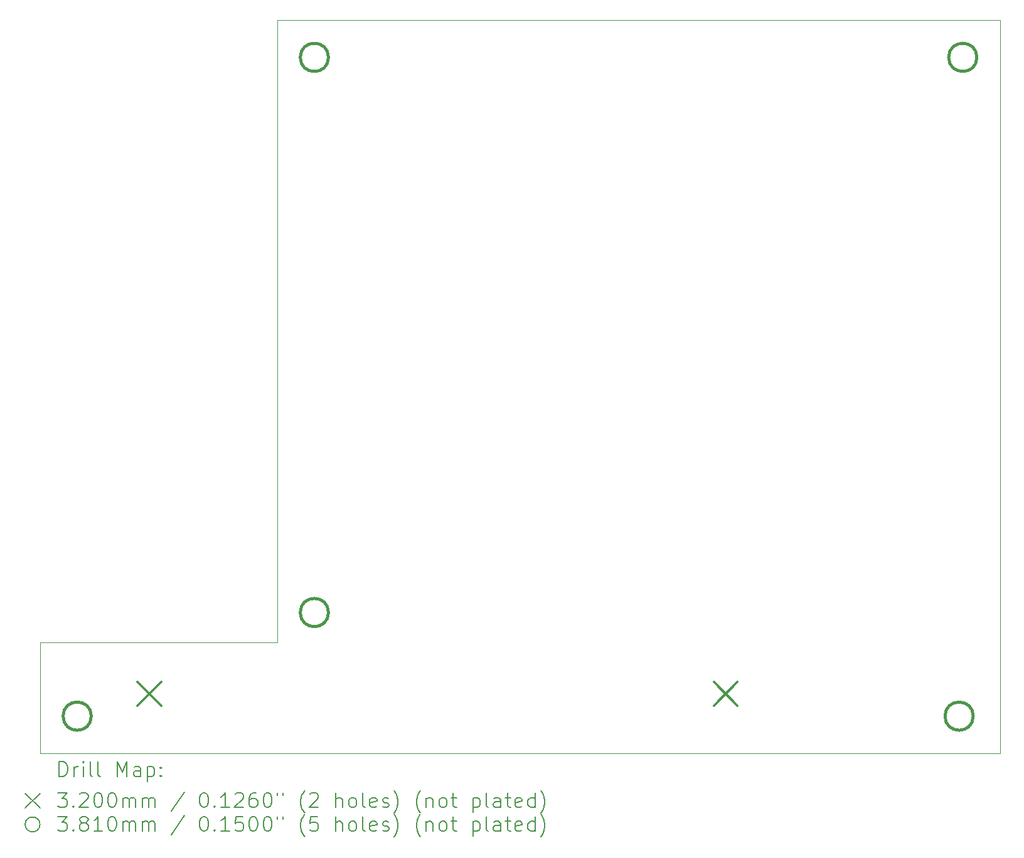
<source format=gbr>
%TF.GenerationSoftware,KiCad,Pcbnew,8.0.4*%
%TF.CreationDate,2025-03-28T19:04:53-04:00*%
%TF.ProjectId,X17-Power-Slab-Master,5831372d-506f-4776-9572-2d536c61622d,rev?*%
%TF.SameCoordinates,Original*%
%TF.FileFunction,Drillmap*%
%TF.FilePolarity,Positive*%
%FSLAX45Y45*%
G04 Gerber Fmt 4.5, Leading zero omitted, Abs format (unit mm)*
G04 Created by KiCad (PCBNEW 8.0.4) date 2025-03-28 19:04:53*
%MOMM*%
%LPD*%
G01*
G04 APERTURE LIST*
%ADD10C,0.050000*%
%ADD11C,0.200000*%
%ADD12C,0.320000*%
%ADD13C,0.381000*%
G04 APERTURE END LIST*
D10*
X16900000Y-14250000D02*
X16900000Y-4350000D01*
X7150000Y-12750000D02*
X7150000Y-4350000D01*
X7150000Y-4350000D02*
X16900000Y-4350000D01*
X3950000Y-12750000D02*
X3950000Y-14250000D01*
X3950000Y-14250000D02*
X16900000Y-14250000D01*
X3950000Y-12750000D02*
X7150000Y-12750000D01*
D11*
D12*
X5264000Y-13290000D02*
X5584000Y-13610000D01*
X5584000Y-13290000D02*
X5264000Y-13610000D01*
X13040000Y-13290000D02*
X13360000Y-13610000D01*
X13360000Y-13290000D02*
X13040000Y-13610000D01*
D13*
X4640500Y-13750000D02*
G75*
G02*
X4259500Y-13750000I-190500J0D01*
G01*
X4259500Y-13750000D02*
G75*
G02*
X4640500Y-13750000I190500J0D01*
G01*
X7840500Y-4850000D02*
G75*
G02*
X7459500Y-4850000I-190500J0D01*
G01*
X7459500Y-4850000D02*
G75*
G02*
X7840500Y-4850000I190500J0D01*
G01*
X7840500Y-12350000D02*
G75*
G02*
X7459500Y-12350000I-190500J0D01*
G01*
X7459500Y-12350000D02*
G75*
G02*
X7840500Y-12350000I190500J0D01*
G01*
X16540500Y-13750000D02*
G75*
G02*
X16159500Y-13750000I-190500J0D01*
G01*
X16159500Y-13750000D02*
G75*
G02*
X16540500Y-13750000I190500J0D01*
G01*
X16590500Y-4850000D02*
G75*
G02*
X16209500Y-4850000I-190500J0D01*
G01*
X16209500Y-4850000D02*
G75*
G02*
X16590500Y-4850000I190500J0D01*
G01*
D11*
X4208277Y-14563984D02*
X4208277Y-14363984D01*
X4208277Y-14363984D02*
X4255896Y-14363984D01*
X4255896Y-14363984D02*
X4284467Y-14373508D01*
X4284467Y-14373508D02*
X4303515Y-14392555D01*
X4303515Y-14392555D02*
X4313039Y-14411603D01*
X4313039Y-14411603D02*
X4322563Y-14449698D01*
X4322563Y-14449698D02*
X4322563Y-14478269D01*
X4322563Y-14478269D02*
X4313039Y-14516365D01*
X4313039Y-14516365D02*
X4303515Y-14535412D01*
X4303515Y-14535412D02*
X4284467Y-14554460D01*
X4284467Y-14554460D02*
X4255896Y-14563984D01*
X4255896Y-14563984D02*
X4208277Y-14563984D01*
X4408277Y-14563984D02*
X4408277Y-14430650D01*
X4408277Y-14468746D02*
X4417801Y-14449698D01*
X4417801Y-14449698D02*
X4427324Y-14440174D01*
X4427324Y-14440174D02*
X4446372Y-14430650D01*
X4446372Y-14430650D02*
X4465420Y-14430650D01*
X4532086Y-14563984D02*
X4532086Y-14430650D01*
X4532086Y-14363984D02*
X4522563Y-14373508D01*
X4522563Y-14373508D02*
X4532086Y-14383031D01*
X4532086Y-14383031D02*
X4541610Y-14373508D01*
X4541610Y-14373508D02*
X4532086Y-14363984D01*
X4532086Y-14363984D02*
X4532086Y-14383031D01*
X4655896Y-14563984D02*
X4636848Y-14554460D01*
X4636848Y-14554460D02*
X4627324Y-14535412D01*
X4627324Y-14535412D02*
X4627324Y-14363984D01*
X4760658Y-14563984D02*
X4741610Y-14554460D01*
X4741610Y-14554460D02*
X4732086Y-14535412D01*
X4732086Y-14535412D02*
X4732086Y-14363984D01*
X4989229Y-14563984D02*
X4989229Y-14363984D01*
X4989229Y-14363984D02*
X5055896Y-14506841D01*
X5055896Y-14506841D02*
X5122563Y-14363984D01*
X5122563Y-14363984D02*
X5122563Y-14563984D01*
X5303515Y-14563984D02*
X5303515Y-14459222D01*
X5303515Y-14459222D02*
X5293991Y-14440174D01*
X5293991Y-14440174D02*
X5274944Y-14430650D01*
X5274944Y-14430650D02*
X5236848Y-14430650D01*
X5236848Y-14430650D02*
X5217801Y-14440174D01*
X5303515Y-14554460D02*
X5284467Y-14563984D01*
X5284467Y-14563984D02*
X5236848Y-14563984D01*
X5236848Y-14563984D02*
X5217801Y-14554460D01*
X5217801Y-14554460D02*
X5208277Y-14535412D01*
X5208277Y-14535412D02*
X5208277Y-14516365D01*
X5208277Y-14516365D02*
X5217801Y-14497317D01*
X5217801Y-14497317D02*
X5236848Y-14487793D01*
X5236848Y-14487793D02*
X5284467Y-14487793D01*
X5284467Y-14487793D02*
X5303515Y-14478269D01*
X5398753Y-14430650D02*
X5398753Y-14630650D01*
X5398753Y-14440174D02*
X5417801Y-14430650D01*
X5417801Y-14430650D02*
X5455896Y-14430650D01*
X5455896Y-14430650D02*
X5474944Y-14440174D01*
X5474944Y-14440174D02*
X5484467Y-14449698D01*
X5484467Y-14449698D02*
X5493991Y-14468746D01*
X5493991Y-14468746D02*
X5493991Y-14525888D01*
X5493991Y-14525888D02*
X5484467Y-14544936D01*
X5484467Y-14544936D02*
X5474944Y-14554460D01*
X5474944Y-14554460D02*
X5455896Y-14563984D01*
X5455896Y-14563984D02*
X5417801Y-14563984D01*
X5417801Y-14563984D02*
X5398753Y-14554460D01*
X5579705Y-14544936D02*
X5589229Y-14554460D01*
X5589229Y-14554460D02*
X5579705Y-14563984D01*
X5579705Y-14563984D02*
X5570182Y-14554460D01*
X5570182Y-14554460D02*
X5579705Y-14544936D01*
X5579705Y-14544936D02*
X5579705Y-14563984D01*
X5579705Y-14440174D02*
X5589229Y-14449698D01*
X5589229Y-14449698D02*
X5579705Y-14459222D01*
X5579705Y-14459222D02*
X5570182Y-14449698D01*
X5570182Y-14449698D02*
X5579705Y-14440174D01*
X5579705Y-14440174D02*
X5579705Y-14459222D01*
X3747500Y-14792500D02*
X3947500Y-14992500D01*
X3947500Y-14792500D02*
X3747500Y-14992500D01*
X4189229Y-14783984D02*
X4313039Y-14783984D01*
X4313039Y-14783984D02*
X4246372Y-14860174D01*
X4246372Y-14860174D02*
X4274944Y-14860174D01*
X4274944Y-14860174D02*
X4293991Y-14869698D01*
X4293991Y-14869698D02*
X4303515Y-14879222D01*
X4303515Y-14879222D02*
X4313039Y-14898269D01*
X4313039Y-14898269D02*
X4313039Y-14945888D01*
X4313039Y-14945888D02*
X4303515Y-14964936D01*
X4303515Y-14964936D02*
X4293991Y-14974460D01*
X4293991Y-14974460D02*
X4274944Y-14983984D01*
X4274944Y-14983984D02*
X4217801Y-14983984D01*
X4217801Y-14983984D02*
X4198753Y-14974460D01*
X4198753Y-14974460D02*
X4189229Y-14964936D01*
X4398753Y-14964936D02*
X4408277Y-14974460D01*
X4408277Y-14974460D02*
X4398753Y-14983984D01*
X4398753Y-14983984D02*
X4389229Y-14974460D01*
X4389229Y-14974460D02*
X4398753Y-14964936D01*
X4398753Y-14964936D02*
X4398753Y-14983984D01*
X4484467Y-14803031D02*
X4493991Y-14793508D01*
X4493991Y-14793508D02*
X4513039Y-14783984D01*
X4513039Y-14783984D02*
X4560658Y-14783984D01*
X4560658Y-14783984D02*
X4579705Y-14793508D01*
X4579705Y-14793508D02*
X4589229Y-14803031D01*
X4589229Y-14803031D02*
X4598753Y-14822079D01*
X4598753Y-14822079D02*
X4598753Y-14841127D01*
X4598753Y-14841127D02*
X4589229Y-14869698D01*
X4589229Y-14869698D02*
X4474944Y-14983984D01*
X4474944Y-14983984D02*
X4598753Y-14983984D01*
X4722563Y-14783984D02*
X4741610Y-14783984D01*
X4741610Y-14783984D02*
X4760658Y-14793508D01*
X4760658Y-14793508D02*
X4770182Y-14803031D01*
X4770182Y-14803031D02*
X4779705Y-14822079D01*
X4779705Y-14822079D02*
X4789229Y-14860174D01*
X4789229Y-14860174D02*
X4789229Y-14907793D01*
X4789229Y-14907793D02*
X4779705Y-14945888D01*
X4779705Y-14945888D02*
X4770182Y-14964936D01*
X4770182Y-14964936D02*
X4760658Y-14974460D01*
X4760658Y-14974460D02*
X4741610Y-14983984D01*
X4741610Y-14983984D02*
X4722563Y-14983984D01*
X4722563Y-14983984D02*
X4703515Y-14974460D01*
X4703515Y-14974460D02*
X4693991Y-14964936D01*
X4693991Y-14964936D02*
X4684467Y-14945888D01*
X4684467Y-14945888D02*
X4674944Y-14907793D01*
X4674944Y-14907793D02*
X4674944Y-14860174D01*
X4674944Y-14860174D02*
X4684467Y-14822079D01*
X4684467Y-14822079D02*
X4693991Y-14803031D01*
X4693991Y-14803031D02*
X4703515Y-14793508D01*
X4703515Y-14793508D02*
X4722563Y-14783984D01*
X4913039Y-14783984D02*
X4932086Y-14783984D01*
X4932086Y-14783984D02*
X4951134Y-14793508D01*
X4951134Y-14793508D02*
X4960658Y-14803031D01*
X4960658Y-14803031D02*
X4970182Y-14822079D01*
X4970182Y-14822079D02*
X4979705Y-14860174D01*
X4979705Y-14860174D02*
X4979705Y-14907793D01*
X4979705Y-14907793D02*
X4970182Y-14945888D01*
X4970182Y-14945888D02*
X4960658Y-14964936D01*
X4960658Y-14964936D02*
X4951134Y-14974460D01*
X4951134Y-14974460D02*
X4932086Y-14983984D01*
X4932086Y-14983984D02*
X4913039Y-14983984D01*
X4913039Y-14983984D02*
X4893991Y-14974460D01*
X4893991Y-14974460D02*
X4884467Y-14964936D01*
X4884467Y-14964936D02*
X4874944Y-14945888D01*
X4874944Y-14945888D02*
X4865420Y-14907793D01*
X4865420Y-14907793D02*
X4865420Y-14860174D01*
X4865420Y-14860174D02*
X4874944Y-14822079D01*
X4874944Y-14822079D02*
X4884467Y-14803031D01*
X4884467Y-14803031D02*
X4893991Y-14793508D01*
X4893991Y-14793508D02*
X4913039Y-14783984D01*
X5065420Y-14983984D02*
X5065420Y-14850650D01*
X5065420Y-14869698D02*
X5074944Y-14860174D01*
X5074944Y-14860174D02*
X5093991Y-14850650D01*
X5093991Y-14850650D02*
X5122563Y-14850650D01*
X5122563Y-14850650D02*
X5141610Y-14860174D01*
X5141610Y-14860174D02*
X5151134Y-14879222D01*
X5151134Y-14879222D02*
X5151134Y-14983984D01*
X5151134Y-14879222D02*
X5160658Y-14860174D01*
X5160658Y-14860174D02*
X5179705Y-14850650D01*
X5179705Y-14850650D02*
X5208277Y-14850650D01*
X5208277Y-14850650D02*
X5227325Y-14860174D01*
X5227325Y-14860174D02*
X5236848Y-14879222D01*
X5236848Y-14879222D02*
X5236848Y-14983984D01*
X5332086Y-14983984D02*
X5332086Y-14850650D01*
X5332086Y-14869698D02*
X5341610Y-14860174D01*
X5341610Y-14860174D02*
X5360658Y-14850650D01*
X5360658Y-14850650D02*
X5389229Y-14850650D01*
X5389229Y-14850650D02*
X5408277Y-14860174D01*
X5408277Y-14860174D02*
X5417801Y-14879222D01*
X5417801Y-14879222D02*
X5417801Y-14983984D01*
X5417801Y-14879222D02*
X5427325Y-14860174D01*
X5427325Y-14860174D02*
X5446372Y-14850650D01*
X5446372Y-14850650D02*
X5474944Y-14850650D01*
X5474944Y-14850650D02*
X5493991Y-14860174D01*
X5493991Y-14860174D02*
X5503515Y-14879222D01*
X5503515Y-14879222D02*
X5503515Y-14983984D01*
X5893991Y-14774460D02*
X5722563Y-15031603D01*
X6151134Y-14783984D02*
X6170182Y-14783984D01*
X6170182Y-14783984D02*
X6189229Y-14793508D01*
X6189229Y-14793508D02*
X6198753Y-14803031D01*
X6198753Y-14803031D02*
X6208277Y-14822079D01*
X6208277Y-14822079D02*
X6217801Y-14860174D01*
X6217801Y-14860174D02*
X6217801Y-14907793D01*
X6217801Y-14907793D02*
X6208277Y-14945888D01*
X6208277Y-14945888D02*
X6198753Y-14964936D01*
X6198753Y-14964936D02*
X6189229Y-14974460D01*
X6189229Y-14974460D02*
X6170182Y-14983984D01*
X6170182Y-14983984D02*
X6151134Y-14983984D01*
X6151134Y-14983984D02*
X6132086Y-14974460D01*
X6132086Y-14974460D02*
X6122563Y-14964936D01*
X6122563Y-14964936D02*
X6113039Y-14945888D01*
X6113039Y-14945888D02*
X6103515Y-14907793D01*
X6103515Y-14907793D02*
X6103515Y-14860174D01*
X6103515Y-14860174D02*
X6113039Y-14822079D01*
X6113039Y-14822079D02*
X6122563Y-14803031D01*
X6122563Y-14803031D02*
X6132086Y-14793508D01*
X6132086Y-14793508D02*
X6151134Y-14783984D01*
X6303515Y-14964936D02*
X6313039Y-14974460D01*
X6313039Y-14974460D02*
X6303515Y-14983984D01*
X6303515Y-14983984D02*
X6293991Y-14974460D01*
X6293991Y-14974460D02*
X6303515Y-14964936D01*
X6303515Y-14964936D02*
X6303515Y-14983984D01*
X6503515Y-14983984D02*
X6389229Y-14983984D01*
X6446372Y-14983984D02*
X6446372Y-14783984D01*
X6446372Y-14783984D02*
X6427325Y-14812555D01*
X6427325Y-14812555D02*
X6408277Y-14831603D01*
X6408277Y-14831603D02*
X6389229Y-14841127D01*
X6579706Y-14803031D02*
X6589229Y-14793508D01*
X6589229Y-14793508D02*
X6608277Y-14783984D01*
X6608277Y-14783984D02*
X6655896Y-14783984D01*
X6655896Y-14783984D02*
X6674944Y-14793508D01*
X6674944Y-14793508D02*
X6684467Y-14803031D01*
X6684467Y-14803031D02*
X6693991Y-14822079D01*
X6693991Y-14822079D02*
X6693991Y-14841127D01*
X6693991Y-14841127D02*
X6684467Y-14869698D01*
X6684467Y-14869698D02*
X6570182Y-14983984D01*
X6570182Y-14983984D02*
X6693991Y-14983984D01*
X6865420Y-14783984D02*
X6827325Y-14783984D01*
X6827325Y-14783984D02*
X6808277Y-14793508D01*
X6808277Y-14793508D02*
X6798753Y-14803031D01*
X6798753Y-14803031D02*
X6779706Y-14831603D01*
X6779706Y-14831603D02*
X6770182Y-14869698D01*
X6770182Y-14869698D02*
X6770182Y-14945888D01*
X6770182Y-14945888D02*
X6779706Y-14964936D01*
X6779706Y-14964936D02*
X6789229Y-14974460D01*
X6789229Y-14974460D02*
X6808277Y-14983984D01*
X6808277Y-14983984D02*
X6846372Y-14983984D01*
X6846372Y-14983984D02*
X6865420Y-14974460D01*
X6865420Y-14974460D02*
X6874944Y-14964936D01*
X6874944Y-14964936D02*
X6884467Y-14945888D01*
X6884467Y-14945888D02*
X6884467Y-14898269D01*
X6884467Y-14898269D02*
X6874944Y-14879222D01*
X6874944Y-14879222D02*
X6865420Y-14869698D01*
X6865420Y-14869698D02*
X6846372Y-14860174D01*
X6846372Y-14860174D02*
X6808277Y-14860174D01*
X6808277Y-14860174D02*
X6789229Y-14869698D01*
X6789229Y-14869698D02*
X6779706Y-14879222D01*
X6779706Y-14879222D02*
X6770182Y-14898269D01*
X7008277Y-14783984D02*
X7027325Y-14783984D01*
X7027325Y-14783984D02*
X7046372Y-14793508D01*
X7046372Y-14793508D02*
X7055896Y-14803031D01*
X7055896Y-14803031D02*
X7065420Y-14822079D01*
X7065420Y-14822079D02*
X7074944Y-14860174D01*
X7074944Y-14860174D02*
X7074944Y-14907793D01*
X7074944Y-14907793D02*
X7065420Y-14945888D01*
X7065420Y-14945888D02*
X7055896Y-14964936D01*
X7055896Y-14964936D02*
X7046372Y-14974460D01*
X7046372Y-14974460D02*
X7027325Y-14983984D01*
X7027325Y-14983984D02*
X7008277Y-14983984D01*
X7008277Y-14983984D02*
X6989229Y-14974460D01*
X6989229Y-14974460D02*
X6979706Y-14964936D01*
X6979706Y-14964936D02*
X6970182Y-14945888D01*
X6970182Y-14945888D02*
X6960658Y-14907793D01*
X6960658Y-14907793D02*
X6960658Y-14860174D01*
X6960658Y-14860174D02*
X6970182Y-14822079D01*
X6970182Y-14822079D02*
X6979706Y-14803031D01*
X6979706Y-14803031D02*
X6989229Y-14793508D01*
X6989229Y-14793508D02*
X7008277Y-14783984D01*
X7151134Y-14783984D02*
X7151134Y-14822079D01*
X7227325Y-14783984D02*
X7227325Y-14822079D01*
X7522563Y-15060174D02*
X7513039Y-15050650D01*
X7513039Y-15050650D02*
X7493991Y-15022079D01*
X7493991Y-15022079D02*
X7484468Y-15003031D01*
X7484468Y-15003031D02*
X7474944Y-14974460D01*
X7474944Y-14974460D02*
X7465420Y-14926841D01*
X7465420Y-14926841D02*
X7465420Y-14888746D01*
X7465420Y-14888746D02*
X7474944Y-14841127D01*
X7474944Y-14841127D02*
X7484468Y-14812555D01*
X7484468Y-14812555D02*
X7493991Y-14793508D01*
X7493991Y-14793508D02*
X7513039Y-14764936D01*
X7513039Y-14764936D02*
X7522563Y-14755412D01*
X7589229Y-14803031D02*
X7598753Y-14793508D01*
X7598753Y-14793508D02*
X7617801Y-14783984D01*
X7617801Y-14783984D02*
X7665420Y-14783984D01*
X7665420Y-14783984D02*
X7684468Y-14793508D01*
X7684468Y-14793508D02*
X7693991Y-14803031D01*
X7693991Y-14803031D02*
X7703515Y-14822079D01*
X7703515Y-14822079D02*
X7703515Y-14841127D01*
X7703515Y-14841127D02*
X7693991Y-14869698D01*
X7693991Y-14869698D02*
X7579706Y-14983984D01*
X7579706Y-14983984D02*
X7703515Y-14983984D01*
X7941610Y-14983984D02*
X7941610Y-14783984D01*
X8027325Y-14983984D02*
X8027325Y-14879222D01*
X8027325Y-14879222D02*
X8017801Y-14860174D01*
X8017801Y-14860174D02*
X7998753Y-14850650D01*
X7998753Y-14850650D02*
X7970182Y-14850650D01*
X7970182Y-14850650D02*
X7951134Y-14860174D01*
X7951134Y-14860174D02*
X7941610Y-14869698D01*
X8151134Y-14983984D02*
X8132087Y-14974460D01*
X8132087Y-14974460D02*
X8122563Y-14964936D01*
X8122563Y-14964936D02*
X8113039Y-14945888D01*
X8113039Y-14945888D02*
X8113039Y-14888746D01*
X8113039Y-14888746D02*
X8122563Y-14869698D01*
X8122563Y-14869698D02*
X8132087Y-14860174D01*
X8132087Y-14860174D02*
X8151134Y-14850650D01*
X8151134Y-14850650D02*
X8179706Y-14850650D01*
X8179706Y-14850650D02*
X8198753Y-14860174D01*
X8198753Y-14860174D02*
X8208277Y-14869698D01*
X8208277Y-14869698D02*
X8217801Y-14888746D01*
X8217801Y-14888746D02*
X8217801Y-14945888D01*
X8217801Y-14945888D02*
X8208277Y-14964936D01*
X8208277Y-14964936D02*
X8198753Y-14974460D01*
X8198753Y-14974460D02*
X8179706Y-14983984D01*
X8179706Y-14983984D02*
X8151134Y-14983984D01*
X8332087Y-14983984D02*
X8313039Y-14974460D01*
X8313039Y-14974460D02*
X8303515Y-14955412D01*
X8303515Y-14955412D02*
X8303515Y-14783984D01*
X8484468Y-14974460D02*
X8465420Y-14983984D01*
X8465420Y-14983984D02*
X8427325Y-14983984D01*
X8427325Y-14983984D02*
X8408277Y-14974460D01*
X8408277Y-14974460D02*
X8398753Y-14955412D01*
X8398753Y-14955412D02*
X8398753Y-14879222D01*
X8398753Y-14879222D02*
X8408277Y-14860174D01*
X8408277Y-14860174D02*
X8427325Y-14850650D01*
X8427325Y-14850650D02*
X8465420Y-14850650D01*
X8465420Y-14850650D02*
X8484468Y-14860174D01*
X8484468Y-14860174D02*
X8493992Y-14879222D01*
X8493992Y-14879222D02*
X8493992Y-14898269D01*
X8493992Y-14898269D02*
X8398753Y-14917317D01*
X8570182Y-14974460D02*
X8589230Y-14983984D01*
X8589230Y-14983984D02*
X8627325Y-14983984D01*
X8627325Y-14983984D02*
X8646373Y-14974460D01*
X8646373Y-14974460D02*
X8655896Y-14955412D01*
X8655896Y-14955412D02*
X8655896Y-14945888D01*
X8655896Y-14945888D02*
X8646373Y-14926841D01*
X8646373Y-14926841D02*
X8627325Y-14917317D01*
X8627325Y-14917317D02*
X8598753Y-14917317D01*
X8598753Y-14917317D02*
X8579706Y-14907793D01*
X8579706Y-14907793D02*
X8570182Y-14888746D01*
X8570182Y-14888746D02*
X8570182Y-14879222D01*
X8570182Y-14879222D02*
X8579706Y-14860174D01*
X8579706Y-14860174D02*
X8598753Y-14850650D01*
X8598753Y-14850650D02*
X8627325Y-14850650D01*
X8627325Y-14850650D02*
X8646373Y-14860174D01*
X8722563Y-15060174D02*
X8732087Y-15050650D01*
X8732087Y-15050650D02*
X8751134Y-15022079D01*
X8751134Y-15022079D02*
X8760658Y-15003031D01*
X8760658Y-15003031D02*
X8770182Y-14974460D01*
X8770182Y-14974460D02*
X8779706Y-14926841D01*
X8779706Y-14926841D02*
X8779706Y-14888746D01*
X8779706Y-14888746D02*
X8770182Y-14841127D01*
X8770182Y-14841127D02*
X8760658Y-14812555D01*
X8760658Y-14812555D02*
X8751134Y-14793508D01*
X8751134Y-14793508D02*
X8732087Y-14764936D01*
X8732087Y-14764936D02*
X8722563Y-14755412D01*
X9084468Y-15060174D02*
X9074944Y-15050650D01*
X9074944Y-15050650D02*
X9055896Y-15022079D01*
X9055896Y-15022079D02*
X9046373Y-15003031D01*
X9046373Y-15003031D02*
X9036849Y-14974460D01*
X9036849Y-14974460D02*
X9027325Y-14926841D01*
X9027325Y-14926841D02*
X9027325Y-14888746D01*
X9027325Y-14888746D02*
X9036849Y-14841127D01*
X9036849Y-14841127D02*
X9046373Y-14812555D01*
X9046373Y-14812555D02*
X9055896Y-14793508D01*
X9055896Y-14793508D02*
X9074944Y-14764936D01*
X9074944Y-14764936D02*
X9084468Y-14755412D01*
X9160658Y-14850650D02*
X9160658Y-14983984D01*
X9160658Y-14869698D02*
X9170182Y-14860174D01*
X9170182Y-14860174D02*
X9189230Y-14850650D01*
X9189230Y-14850650D02*
X9217801Y-14850650D01*
X9217801Y-14850650D02*
X9236849Y-14860174D01*
X9236849Y-14860174D02*
X9246373Y-14879222D01*
X9246373Y-14879222D02*
X9246373Y-14983984D01*
X9370182Y-14983984D02*
X9351134Y-14974460D01*
X9351134Y-14974460D02*
X9341611Y-14964936D01*
X9341611Y-14964936D02*
X9332087Y-14945888D01*
X9332087Y-14945888D02*
X9332087Y-14888746D01*
X9332087Y-14888746D02*
X9341611Y-14869698D01*
X9341611Y-14869698D02*
X9351134Y-14860174D01*
X9351134Y-14860174D02*
X9370182Y-14850650D01*
X9370182Y-14850650D02*
X9398754Y-14850650D01*
X9398754Y-14850650D02*
X9417801Y-14860174D01*
X9417801Y-14860174D02*
X9427325Y-14869698D01*
X9427325Y-14869698D02*
X9436849Y-14888746D01*
X9436849Y-14888746D02*
X9436849Y-14945888D01*
X9436849Y-14945888D02*
X9427325Y-14964936D01*
X9427325Y-14964936D02*
X9417801Y-14974460D01*
X9417801Y-14974460D02*
X9398754Y-14983984D01*
X9398754Y-14983984D02*
X9370182Y-14983984D01*
X9493992Y-14850650D02*
X9570182Y-14850650D01*
X9522563Y-14783984D02*
X9522563Y-14955412D01*
X9522563Y-14955412D02*
X9532087Y-14974460D01*
X9532087Y-14974460D02*
X9551134Y-14983984D01*
X9551134Y-14983984D02*
X9570182Y-14983984D01*
X9789230Y-14850650D02*
X9789230Y-15050650D01*
X9789230Y-14860174D02*
X9808277Y-14850650D01*
X9808277Y-14850650D02*
X9846373Y-14850650D01*
X9846373Y-14850650D02*
X9865420Y-14860174D01*
X9865420Y-14860174D02*
X9874944Y-14869698D01*
X9874944Y-14869698D02*
X9884468Y-14888746D01*
X9884468Y-14888746D02*
X9884468Y-14945888D01*
X9884468Y-14945888D02*
X9874944Y-14964936D01*
X9874944Y-14964936D02*
X9865420Y-14974460D01*
X9865420Y-14974460D02*
X9846373Y-14983984D01*
X9846373Y-14983984D02*
X9808277Y-14983984D01*
X9808277Y-14983984D02*
X9789230Y-14974460D01*
X9998754Y-14983984D02*
X9979706Y-14974460D01*
X9979706Y-14974460D02*
X9970182Y-14955412D01*
X9970182Y-14955412D02*
X9970182Y-14783984D01*
X10160658Y-14983984D02*
X10160658Y-14879222D01*
X10160658Y-14879222D02*
X10151135Y-14860174D01*
X10151135Y-14860174D02*
X10132087Y-14850650D01*
X10132087Y-14850650D02*
X10093992Y-14850650D01*
X10093992Y-14850650D02*
X10074944Y-14860174D01*
X10160658Y-14974460D02*
X10141611Y-14983984D01*
X10141611Y-14983984D02*
X10093992Y-14983984D01*
X10093992Y-14983984D02*
X10074944Y-14974460D01*
X10074944Y-14974460D02*
X10065420Y-14955412D01*
X10065420Y-14955412D02*
X10065420Y-14936365D01*
X10065420Y-14936365D02*
X10074944Y-14917317D01*
X10074944Y-14917317D02*
X10093992Y-14907793D01*
X10093992Y-14907793D02*
X10141611Y-14907793D01*
X10141611Y-14907793D02*
X10160658Y-14898269D01*
X10227325Y-14850650D02*
X10303515Y-14850650D01*
X10255896Y-14783984D02*
X10255896Y-14955412D01*
X10255896Y-14955412D02*
X10265420Y-14974460D01*
X10265420Y-14974460D02*
X10284468Y-14983984D01*
X10284468Y-14983984D02*
X10303515Y-14983984D01*
X10446373Y-14974460D02*
X10427325Y-14983984D01*
X10427325Y-14983984D02*
X10389230Y-14983984D01*
X10389230Y-14983984D02*
X10370182Y-14974460D01*
X10370182Y-14974460D02*
X10360658Y-14955412D01*
X10360658Y-14955412D02*
X10360658Y-14879222D01*
X10360658Y-14879222D02*
X10370182Y-14860174D01*
X10370182Y-14860174D02*
X10389230Y-14850650D01*
X10389230Y-14850650D02*
X10427325Y-14850650D01*
X10427325Y-14850650D02*
X10446373Y-14860174D01*
X10446373Y-14860174D02*
X10455896Y-14879222D01*
X10455896Y-14879222D02*
X10455896Y-14898269D01*
X10455896Y-14898269D02*
X10360658Y-14917317D01*
X10627325Y-14983984D02*
X10627325Y-14783984D01*
X10627325Y-14974460D02*
X10608277Y-14983984D01*
X10608277Y-14983984D02*
X10570182Y-14983984D01*
X10570182Y-14983984D02*
X10551135Y-14974460D01*
X10551135Y-14974460D02*
X10541611Y-14964936D01*
X10541611Y-14964936D02*
X10532087Y-14945888D01*
X10532087Y-14945888D02*
X10532087Y-14888746D01*
X10532087Y-14888746D02*
X10541611Y-14869698D01*
X10541611Y-14869698D02*
X10551135Y-14860174D01*
X10551135Y-14860174D02*
X10570182Y-14850650D01*
X10570182Y-14850650D02*
X10608277Y-14850650D01*
X10608277Y-14850650D02*
X10627325Y-14860174D01*
X10703516Y-15060174D02*
X10713039Y-15050650D01*
X10713039Y-15050650D02*
X10732087Y-15022079D01*
X10732087Y-15022079D02*
X10741611Y-15003031D01*
X10741611Y-15003031D02*
X10751135Y-14974460D01*
X10751135Y-14974460D02*
X10760658Y-14926841D01*
X10760658Y-14926841D02*
X10760658Y-14888746D01*
X10760658Y-14888746D02*
X10751135Y-14841127D01*
X10751135Y-14841127D02*
X10741611Y-14812555D01*
X10741611Y-14812555D02*
X10732087Y-14793508D01*
X10732087Y-14793508D02*
X10713039Y-14764936D01*
X10713039Y-14764936D02*
X10703516Y-14755412D01*
X3947500Y-15212500D02*
G75*
G02*
X3747500Y-15212500I-100000J0D01*
G01*
X3747500Y-15212500D02*
G75*
G02*
X3947500Y-15212500I100000J0D01*
G01*
X4189229Y-15103984D02*
X4313039Y-15103984D01*
X4313039Y-15103984D02*
X4246372Y-15180174D01*
X4246372Y-15180174D02*
X4274944Y-15180174D01*
X4274944Y-15180174D02*
X4293991Y-15189698D01*
X4293991Y-15189698D02*
X4303515Y-15199222D01*
X4303515Y-15199222D02*
X4313039Y-15218269D01*
X4313039Y-15218269D02*
X4313039Y-15265888D01*
X4313039Y-15265888D02*
X4303515Y-15284936D01*
X4303515Y-15284936D02*
X4293991Y-15294460D01*
X4293991Y-15294460D02*
X4274944Y-15303984D01*
X4274944Y-15303984D02*
X4217801Y-15303984D01*
X4217801Y-15303984D02*
X4198753Y-15294460D01*
X4198753Y-15294460D02*
X4189229Y-15284936D01*
X4398753Y-15284936D02*
X4408277Y-15294460D01*
X4408277Y-15294460D02*
X4398753Y-15303984D01*
X4398753Y-15303984D02*
X4389229Y-15294460D01*
X4389229Y-15294460D02*
X4398753Y-15284936D01*
X4398753Y-15284936D02*
X4398753Y-15303984D01*
X4522563Y-15189698D02*
X4503515Y-15180174D01*
X4503515Y-15180174D02*
X4493991Y-15170650D01*
X4493991Y-15170650D02*
X4484467Y-15151603D01*
X4484467Y-15151603D02*
X4484467Y-15142079D01*
X4484467Y-15142079D02*
X4493991Y-15123031D01*
X4493991Y-15123031D02*
X4503515Y-15113508D01*
X4503515Y-15113508D02*
X4522563Y-15103984D01*
X4522563Y-15103984D02*
X4560658Y-15103984D01*
X4560658Y-15103984D02*
X4579705Y-15113508D01*
X4579705Y-15113508D02*
X4589229Y-15123031D01*
X4589229Y-15123031D02*
X4598753Y-15142079D01*
X4598753Y-15142079D02*
X4598753Y-15151603D01*
X4598753Y-15151603D02*
X4589229Y-15170650D01*
X4589229Y-15170650D02*
X4579705Y-15180174D01*
X4579705Y-15180174D02*
X4560658Y-15189698D01*
X4560658Y-15189698D02*
X4522563Y-15189698D01*
X4522563Y-15189698D02*
X4503515Y-15199222D01*
X4503515Y-15199222D02*
X4493991Y-15208746D01*
X4493991Y-15208746D02*
X4484467Y-15227793D01*
X4484467Y-15227793D02*
X4484467Y-15265888D01*
X4484467Y-15265888D02*
X4493991Y-15284936D01*
X4493991Y-15284936D02*
X4503515Y-15294460D01*
X4503515Y-15294460D02*
X4522563Y-15303984D01*
X4522563Y-15303984D02*
X4560658Y-15303984D01*
X4560658Y-15303984D02*
X4579705Y-15294460D01*
X4579705Y-15294460D02*
X4589229Y-15284936D01*
X4589229Y-15284936D02*
X4598753Y-15265888D01*
X4598753Y-15265888D02*
X4598753Y-15227793D01*
X4598753Y-15227793D02*
X4589229Y-15208746D01*
X4589229Y-15208746D02*
X4579705Y-15199222D01*
X4579705Y-15199222D02*
X4560658Y-15189698D01*
X4789229Y-15303984D02*
X4674944Y-15303984D01*
X4732086Y-15303984D02*
X4732086Y-15103984D01*
X4732086Y-15103984D02*
X4713039Y-15132555D01*
X4713039Y-15132555D02*
X4693991Y-15151603D01*
X4693991Y-15151603D02*
X4674944Y-15161127D01*
X4913039Y-15103984D02*
X4932086Y-15103984D01*
X4932086Y-15103984D02*
X4951134Y-15113508D01*
X4951134Y-15113508D02*
X4960658Y-15123031D01*
X4960658Y-15123031D02*
X4970182Y-15142079D01*
X4970182Y-15142079D02*
X4979705Y-15180174D01*
X4979705Y-15180174D02*
X4979705Y-15227793D01*
X4979705Y-15227793D02*
X4970182Y-15265888D01*
X4970182Y-15265888D02*
X4960658Y-15284936D01*
X4960658Y-15284936D02*
X4951134Y-15294460D01*
X4951134Y-15294460D02*
X4932086Y-15303984D01*
X4932086Y-15303984D02*
X4913039Y-15303984D01*
X4913039Y-15303984D02*
X4893991Y-15294460D01*
X4893991Y-15294460D02*
X4884467Y-15284936D01*
X4884467Y-15284936D02*
X4874944Y-15265888D01*
X4874944Y-15265888D02*
X4865420Y-15227793D01*
X4865420Y-15227793D02*
X4865420Y-15180174D01*
X4865420Y-15180174D02*
X4874944Y-15142079D01*
X4874944Y-15142079D02*
X4884467Y-15123031D01*
X4884467Y-15123031D02*
X4893991Y-15113508D01*
X4893991Y-15113508D02*
X4913039Y-15103984D01*
X5065420Y-15303984D02*
X5065420Y-15170650D01*
X5065420Y-15189698D02*
X5074944Y-15180174D01*
X5074944Y-15180174D02*
X5093991Y-15170650D01*
X5093991Y-15170650D02*
X5122563Y-15170650D01*
X5122563Y-15170650D02*
X5141610Y-15180174D01*
X5141610Y-15180174D02*
X5151134Y-15199222D01*
X5151134Y-15199222D02*
X5151134Y-15303984D01*
X5151134Y-15199222D02*
X5160658Y-15180174D01*
X5160658Y-15180174D02*
X5179705Y-15170650D01*
X5179705Y-15170650D02*
X5208277Y-15170650D01*
X5208277Y-15170650D02*
X5227325Y-15180174D01*
X5227325Y-15180174D02*
X5236848Y-15199222D01*
X5236848Y-15199222D02*
X5236848Y-15303984D01*
X5332086Y-15303984D02*
X5332086Y-15170650D01*
X5332086Y-15189698D02*
X5341610Y-15180174D01*
X5341610Y-15180174D02*
X5360658Y-15170650D01*
X5360658Y-15170650D02*
X5389229Y-15170650D01*
X5389229Y-15170650D02*
X5408277Y-15180174D01*
X5408277Y-15180174D02*
X5417801Y-15199222D01*
X5417801Y-15199222D02*
X5417801Y-15303984D01*
X5417801Y-15199222D02*
X5427325Y-15180174D01*
X5427325Y-15180174D02*
X5446372Y-15170650D01*
X5446372Y-15170650D02*
X5474944Y-15170650D01*
X5474944Y-15170650D02*
X5493991Y-15180174D01*
X5493991Y-15180174D02*
X5503515Y-15199222D01*
X5503515Y-15199222D02*
X5503515Y-15303984D01*
X5893991Y-15094460D02*
X5722563Y-15351603D01*
X6151134Y-15103984D02*
X6170182Y-15103984D01*
X6170182Y-15103984D02*
X6189229Y-15113508D01*
X6189229Y-15113508D02*
X6198753Y-15123031D01*
X6198753Y-15123031D02*
X6208277Y-15142079D01*
X6208277Y-15142079D02*
X6217801Y-15180174D01*
X6217801Y-15180174D02*
X6217801Y-15227793D01*
X6217801Y-15227793D02*
X6208277Y-15265888D01*
X6208277Y-15265888D02*
X6198753Y-15284936D01*
X6198753Y-15284936D02*
X6189229Y-15294460D01*
X6189229Y-15294460D02*
X6170182Y-15303984D01*
X6170182Y-15303984D02*
X6151134Y-15303984D01*
X6151134Y-15303984D02*
X6132086Y-15294460D01*
X6132086Y-15294460D02*
X6122563Y-15284936D01*
X6122563Y-15284936D02*
X6113039Y-15265888D01*
X6113039Y-15265888D02*
X6103515Y-15227793D01*
X6103515Y-15227793D02*
X6103515Y-15180174D01*
X6103515Y-15180174D02*
X6113039Y-15142079D01*
X6113039Y-15142079D02*
X6122563Y-15123031D01*
X6122563Y-15123031D02*
X6132086Y-15113508D01*
X6132086Y-15113508D02*
X6151134Y-15103984D01*
X6303515Y-15284936D02*
X6313039Y-15294460D01*
X6313039Y-15294460D02*
X6303515Y-15303984D01*
X6303515Y-15303984D02*
X6293991Y-15294460D01*
X6293991Y-15294460D02*
X6303515Y-15284936D01*
X6303515Y-15284936D02*
X6303515Y-15303984D01*
X6503515Y-15303984D02*
X6389229Y-15303984D01*
X6446372Y-15303984D02*
X6446372Y-15103984D01*
X6446372Y-15103984D02*
X6427325Y-15132555D01*
X6427325Y-15132555D02*
X6408277Y-15151603D01*
X6408277Y-15151603D02*
X6389229Y-15161127D01*
X6684467Y-15103984D02*
X6589229Y-15103984D01*
X6589229Y-15103984D02*
X6579706Y-15199222D01*
X6579706Y-15199222D02*
X6589229Y-15189698D01*
X6589229Y-15189698D02*
X6608277Y-15180174D01*
X6608277Y-15180174D02*
X6655896Y-15180174D01*
X6655896Y-15180174D02*
X6674944Y-15189698D01*
X6674944Y-15189698D02*
X6684467Y-15199222D01*
X6684467Y-15199222D02*
X6693991Y-15218269D01*
X6693991Y-15218269D02*
X6693991Y-15265888D01*
X6693991Y-15265888D02*
X6684467Y-15284936D01*
X6684467Y-15284936D02*
X6674944Y-15294460D01*
X6674944Y-15294460D02*
X6655896Y-15303984D01*
X6655896Y-15303984D02*
X6608277Y-15303984D01*
X6608277Y-15303984D02*
X6589229Y-15294460D01*
X6589229Y-15294460D02*
X6579706Y-15284936D01*
X6817801Y-15103984D02*
X6836848Y-15103984D01*
X6836848Y-15103984D02*
X6855896Y-15113508D01*
X6855896Y-15113508D02*
X6865420Y-15123031D01*
X6865420Y-15123031D02*
X6874944Y-15142079D01*
X6874944Y-15142079D02*
X6884467Y-15180174D01*
X6884467Y-15180174D02*
X6884467Y-15227793D01*
X6884467Y-15227793D02*
X6874944Y-15265888D01*
X6874944Y-15265888D02*
X6865420Y-15284936D01*
X6865420Y-15284936D02*
X6855896Y-15294460D01*
X6855896Y-15294460D02*
X6836848Y-15303984D01*
X6836848Y-15303984D02*
X6817801Y-15303984D01*
X6817801Y-15303984D02*
X6798753Y-15294460D01*
X6798753Y-15294460D02*
X6789229Y-15284936D01*
X6789229Y-15284936D02*
X6779706Y-15265888D01*
X6779706Y-15265888D02*
X6770182Y-15227793D01*
X6770182Y-15227793D02*
X6770182Y-15180174D01*
X6770182Y-15180174D02*
X6779706Y-15142079D01*
X6779706Y-15142079D02*
X6789229Y-15123031D01*
X6789229Y-15123031D02*
X6798753Y-15113508D01*
X6798753Y-15113508D02*
X6817801Y-15103984D01*
X7008277Y-15103984D02*
X7027325Y-15103984D01*
X7027325Y-15103984D02*
X7046372Y-15113508D01*
X7046372Y-15113508D02*
X7055896Y-15123031D01*
X7055896Y-15123031D02*
X7065420Y-15142079D01*
X7065420Y-15142079D02*
X7074944Y-15180174D01*
X7074944Y-15180174D02*
X7074944Y-15227793D01*
X7074944Y-15227793D02*
X7065420Y-15265888D01*
X7065420Y-15265888D02*
X7055896Y-15284936D01*
X7055896Y-15284936D02*
X7046372Y-15294460D01*
X7046372Y-15294460D02*
X7027325Y-15303984D01*
X7027325Y-15303984D02*
X7008277Y-15303984D01*
X7008277Y-15303984D02*
X6989229Y-15294460D01*
X6989229Y-15294460D02*
X6979706Y-15284936D01*
X6979706Y-15284936D02*
X6970182Y-15265888D01*
X6970182Y-15265888D02*
X6960658Y-15227793D01*
X6960658Y-15227793D02*
X6960658Y-15180174D01*
X6960658Y-15180174D02*
X6970182Y-15142079D01*
X6970182Y-15142079D02*
X6979706Y-15123031D01*
X6979706Y-15123031D02*
X6989229Y-15113508D01*
X6989229Y-15113508D02*
X7008277Y-15103984D01*
X7151134Y-15103984D02*
X7151134Y-15142079D01*
X7227325Y-15103984D02*
X7227325Y-15142079D01*
X7522563Y-15380174D02*
X7513039Y-15370650D01*
X7513039Y-15370650D02*
X7493991Y-15342079D01*
X7493991Y-15342079D02*
X7484468Y-15323031D01*
X7484468Y-15323031D02*
X7474944Y-15294460D01*
X7474944Y-15294460D02*
X7465420Y-15246841D01*
X7465420Y-15246841D02*
X7465420Y-15208746D01*
X7465420Y-15208746D02*
X7474944Y-15161127D01*
X7474944Y-15161127D02*
X7484468Y-15132555D01*
X7484468Y-15132555D02*
X7493991Y-15113508D01*
X7493991Y-15113508D02*
X7513039Y-15084936D01*
X7513039Y-15084936D02*
X7522563Y-15075412D01*
X7693991Y-15103984D02*
X7598753Y-15103984D01*
X7598753Y-15103984D02*
X7589229Y-15199222D01*
X7589229Y-15199222D02*
X7598753Y-15189698D01*
X7598753Y-15189698D02*
X7617801Y-15180174D01*
X7617801Y-15180174D02*
X7665420Y-15180174D01*
X7665420Y-15180174D02*
X7684468Y-15189698D01*
X7684468Y-15189698D02*
X7693991Y-15199222D01*
X7693991Y-15199222D02*
X7703515Y-15218269D01*
X7703515Y-15218269D02*
X7703515Y-15265888D01*
X7703515Y-15265888D02*
X7693991Y-15284936D01*
X7693991Y-15284936D02*
X7684468Y-15294460D01*
X7684468Y-15294460D02*
X7665420Y-15303984D01*
X7665420Y-15303984D02*
X7617801Y-15303984D01*
X7617801Y-15303984D02*
X7598753Y-15294460D01*
X7598753Y-15294460D02*
X7589229Y-15284936D01*
X7941610Y-15303984D02*
X7941610Y-15103984D01*
X8027325Y-15303984D02*
X8027325Y-15199222D01*
X8027325Y-15199222D02*
X8017801Y-15180174D01*
X8017801Y-15180174D02*
X7998753Y-15170650D01*
X7998753Y-15170650D02*
X7970182Y-15170650D01*
X7970182Y-15170650D02*
X7951134Y-15180174D01*
X7951134Y-15180174D02*
X7941610Y-15189698D01*
X8151134Y-15303984D02*
X8132087Y-15294460D01*
X8132087Y-15294460D02*
X8122563Y-15284936D01*
X8122563Y-15284936D02*
X8113039Y-15265888D01*
X8113039Y-15265888D02*
X8113039Y-15208746D01*
X8113039Y-15208746D02*
X8122563Y-15189698D01*
X8122563Y-15189698D02*
X8132087Y-15180174D01*
X8132087Y-15180174D02*
X8151134Y-15170650D01*
X8151134Y-15170650D02*
X8179706Y-15170650D01*
X8179706Y-15170650D02*
X8198753Y-15180174D01*
X8198753Y-15180174D02*
X8208277Y-15189698D01*
X8208277Y-15189698D02*
X8217801Y-15208746D01*
X8217801Y-15208746D02*
X8217801Y-15265888D01*
X8217801Y-15265888D02*
X8208277Y-15284936D01*
X8208277Y-15284936D02*
X8198753Y-15294460D01*
X8198753Y-15294460D02*
X8179706Y-15303984D01*
X8179706Y-15303984D02*
X8151134Y-15303984D01*
X8332087Y-15303984D02*
X8313039Y-15294460D01*
X8313039Y-15294460D02*
X8303515Y-15275412D01*
X8303515Y-15275412D02*
X8303515Y-15103984D01*
X8484468Y-15294460D02*
X8465420Y-15303984D01*
X8465420Y-15303984D02*
X8427325Y-15303984D01*
X8427325Y-15303984D02*
X8408277Y-15294460D01*
X8408277Y-15294460D02*
X8398753Y-15275412D01*
X8398753Y-15275412D02*
X8398753Y-15199222D01*
X8398753Y-15199222D02*
X8408277Y-15180174D01*
X8408277Y-15180174D02*
X8427325Y-15170650D01*
X8427325Y-15170650D02*
X8465420Y-15170650D01*
X8465420Y-15170650D02*
X8484468Y-15180174D01*
X8484468Y-15180174D02*
X8493992Y-15199222D01*
X8493992Y-15199222D02*
X8493992Y-15218269D01*
X8493992Y-15218269D02*
X8398753Y-15237317D01*
X8570182Y-15294460D02*
X8589230Y-15303984D01*
X8589230Y-15303984D02*
X8627325Y-15303984D01*
X8627325Y-15303984D02*
X8646373Y-15294460D01*
X8646373Y-15294460D02*
X8655896Y-15275412D01*
X8655896Y-15275412D02*
X8655896Y-15265888D01*
X8655896Y-15265888D02*
X8646373Y-15246841D01*
X8646373Y-15246841D02*
X8627325Y-15237317D01*
X8627325Y-15237317D02*
X8598753Y-15237317D01*
X8598753Y-15237317D02*
X8579706Y-15227793D01*
X8579706Y-15227793D02*
X8570182Y-15208746D01*
X8570182Y-15208746D02*
X8570182Y-15199222D01*
X8570182Y-15199222D02*
X8579706Y-15180174D01*
X8579706Y-15180174D02*
X8598753Y-15170650D01*
X8598753Y-15170650D02*
X8627325Y-15170650D01*
X8627325Y-15170650D02*
X8646373Y-15180174D01*
X8722563Y-15380174D02*
X8732087Y-15370650D01*
X8732087Y-15370650D02*
X8751134Y-15342079D01*
X8751134Y-15342079D02*
X8760658Y-15323031D01*
X8760658Y-15323031D02*
X8770182Y-15294460D01*
X8770182Y-15294460D02*
X8779706Y-15246841D01*
X8779706Y-15246841D02*
X8779706Y-15208746D01*
X8779706Y-15208746D02*
X8770182Y-15161127D01*
X8770182Y-15161127D02*
X8760658Y-15132555D01*
X8760658Y-15132555D02*
X8751134Y-15113508D01*
X8751134Y-15113508D02*
X8732087Y-15084936D01*
X8732087Y-15084936D02*
X8722563Y-15075412D01*
X9084468Y-15380174D02*
X9074944Y-15370650D01*
X9074944Y-15370650D02*
X9055896Y-15342079D01*
X9055896Y-15342079D02*
X9046373Y-15323031D01*
X9046373Y-15323031D02*
X9036849Y-15294460D01*
X9036849Y-15294460D02*
X9027325Y-15246841D01*
X9027325Y-15246841D02*
X9027325Y-15208746D01*
X9027325Y-15208746D02*
X9036849Y-15161127D01*
X9036849Y-15161127D02*
X9046373Y-15132555D01*
X9046373Y-15132555D02*
X9055896Y-15113508D01*
X9055896Y-15113508D02*
X9074944Y-15084936D01*
X9074944Y-15084936D02*
X9084468Y-15075412D01*
X9160658Y-15170650D02*
X9160658Y-15303984D01*
X9160658Y-15189698D02*
X9170182Y-15180174D01*
X9170182Y-15180174D02*
X9189230Y-15170650D01*
X9189230Y-15170650D02*
X9217801Y-15170650D01*
X9217801Y-15170650D02*
X9236849Y-15180174D01*
X9236849Y-15180174D02*
X9246373Y-15199222D01*
X9246373Y-15199222D02*
X9246373Y-15303984D01*
X9370182Y-15303984D02*
X9351134Y-15294460D01*
X9351134Y-15294460D02*
X9341611Y-15284936D01*
X9341611Y-15284936D02*
X9332087Y-15265888D01*
X9332087Y-15265888D02*
X9332087Y-15208746D01*
X9332087Y-15208746D02*
X9341611Y-15189698D01*
X9341611Y-15189698D02*
X9351134Y-15180174D01*
X9351134Y-15180174D02*
X9370182Y-15170650D01*
X9370182Y-15170650D02*
X9398754Y-15170650D01*
X9398754Y-15170650D02*
X9417801Y-15180174D01*
X9417801Y-15180174D02*
X9427325Y-15189698D01*
X9427325Y-15189698D02*
X9436849Y-15208746D01*
X9436849Y-15208746D02*
X9436849Y-15265888D01*
X9436849Y-15265888D02*
X9427325Y-15284936D01*
X9427325Y-15284936D02*
X9417801Y-15294460D01*
X9417801Y-15294460D02*
X9398754Y-15303984D01*
X9398754Y-15303984D02*
X9370182Y-15303984D01*
X9493992Y-15170650D02*
X9570182Y-15170650D01*
X9522563Y-15103984D02*
X9522563Y-15275412D01*
X9522563Y-15275412D02*
X9532087Y-15294460D01*
X9532087Y-15294460D02*
X9551134Y-15303984D01*
X9551134Y-15303984D02*
X9570182Y-15303984D01*
X9789230Y-15170650D02*
X9789230Y-15370650D01*
X9789230Y-15180174D02*
X9808277Y-15170650D01*
X9808277Y-15170650D02*
X9846373Y-15170650D01*
X9846373Y-15170650D02*
X9865420Y-15180174D01*
X9865420Y-15180174D02*
X9874944Y-15189698D01*
X9874944Y-15189698D02*
X9884468Y-15208746D01*
X9884468Y-15208746D02*
X9884468Y-15265888D01*
X9884468Y-15265888D02*
X9874944Y-15284936D01*
X9874944Y-15284936D02*
X9865420Y-15294460D01*
X9865420Y-15294460D02*
X9846373Y-15303984D01*
X9846373Y-15303984D02*
X9808277Y-15303984D01*
X9808277Y-15303984D02*
X9789230Y-15294460D01*
X9998754Y-15303984D02*
X9979706Y-15294460D01*
X9979706Y-15294460D02*
X9970182Y-15275412D01*
X9970182Y-15275412D02*
X9970182Y-15103984D01*
X10160658Y-15303984D02*
X10160658Y-15199222D01*
X10160658Y-15199222D02*
X10151135Y-15180174D01*
X10151135Y-15180174D02*
X10132087Y-15170650D01*
X10132087Y-15170650D02*
X10093992Y-15170650D01*
X10093992Y-15170650D02*
X10074944Y-15180174D01*
X10160658Y-15294460D02*
X10141611Y-15303984D01*
X10141611Y-15303984D02*
X10093992Y-15303984D01*
X10093992Y-15303984D02*
X10074944Y-15294460D01*
X10074944Y-15294460D02*
X10065420Y-15275412D01*
X10065420Y-15275412D02*
X10065420Y-15256365D01*
X10065420Y-15256365D02*
X10074944Y-15237317D01*
X10074944Y-15237317D02*
X10093992Y-15227793D01*
X10093992Y-15227793D02*
X10141611Y-15227793D01*
X10141611Y-15227793D02*
X10160658Y-15218269D01*
X10227325Y-15170650D02*
X10303515Y-15170650D01*
X10255896Y-15103984D02*
X10255896Y-15275412D01*
X10255896Y-15275412D02*
X10265420Y-15294460D01*
X10265420Y-15294460D02*
X10284468Y-15303984D01*
X10284468Y-15303984D02*
X10303515Y-15303984D01*
X10446373Y-15294460D02*
X10427325Y-15303984D01*
X10427325Y-15303984D02*
X10389230Y-15303984D01*
X10389230Y-15303984D02*
X10370182Y-15294460D01*
X10370182Y-15294460D02*
X10360658Y-15275412D01*
X10360658Y-15275412D02*
X10360658Y-15199222D01*
X10360658Y-15199222D02*
X10370182Y-15180174D01*
X10370182Y-15180174D02*
X10389230Y-15170650D01*
X10389230Y-15170650D02*
X10427325Y-15170650D01*
X10427325Y-15170650D02*
X10446373Y-15180174D01*
X10446373Y-15180174D02*
X10455896Y-15199222D01*
X10455896Y-15199222D02*
X10455896Y-15218269D01*
X10455896Y-15218269D02*
X10360658Y-15237317D01*
X10627325Y-15303984D02*
X10627325Y-15103984D01*
X10627325Y-15294460D02*
X10608277Y-15303984D01*
X10608277Y-15303984D02*
X10570182Y-15303984D01*
X10570182Y-15303984D02*
X10551135Y-15294460D01*
X10551135Y-15294460D02*
X10541611Y-15284936D01*
X10541611Y-15284936D02*
X10532087Y-15265888D01*
X10532087Y-15265888D02*
X10532087Y-15208746D01*
X10532087Y-15208746D02*
X10541611Y-15189698D01*
X10541611Y-15189698D02*
X10551135Y-15180174D01*
X10551135Y-15180174D02*
X10570182Y-15170650D01*
X10570182Y-15170650D02*
X10608277Y-15170650D01*
X10608277Y-15170650D02*
X10627325Y-15180174D01*
X10703516Y-15380174D02*
X10713039Y-15370650D01*
X10713039Y-15370650D02*
X10732087Y-15342079D01*
X10732087Y-15342079D02*
X10741611Y-15323031D01*
X10741611Y-15323031D02*
X10751135Y-15294460D01*
X10751135Y-15294460D02*
X10760658Y-15246841D01*
X10760658Y-15246841D02*
X10760658Y-15208746D01*
X10760658Y-15208746D02*
X10751135Y-15161127D01*
X10751135Y-15161127D02*
X10741611Y-15132555D01*
X10741611Y-15132555D02*
X10732087Y-15113508D01*
X10732087Y-15113508D02*
X10713039Y-15084936D01*
X10713039Y-15084936D02*
X10703516Y-15075412D01*
M02*

</source>
